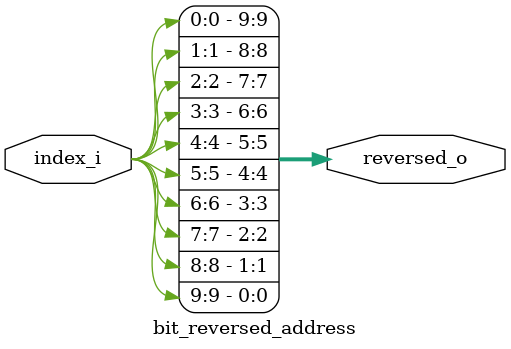
<source format=v>
`timescale 1ns/1ps

module bit_reversed_address #(parameter N = 1024) 
(
    input wire [$clog2(N)-1:0] index_i,
    output wire [$clog2(N)-1:0] reversed_o
);

generate
    genvar n; // represents the number of bits of index
    
    for (n = 0; n < $clog2(N); n = n + 1) begin : bit_reversal
        assign reversed_o[n] = index_i[$clog2(N)-n-1];
    end
    
endgenerate

endmodule
</source>
